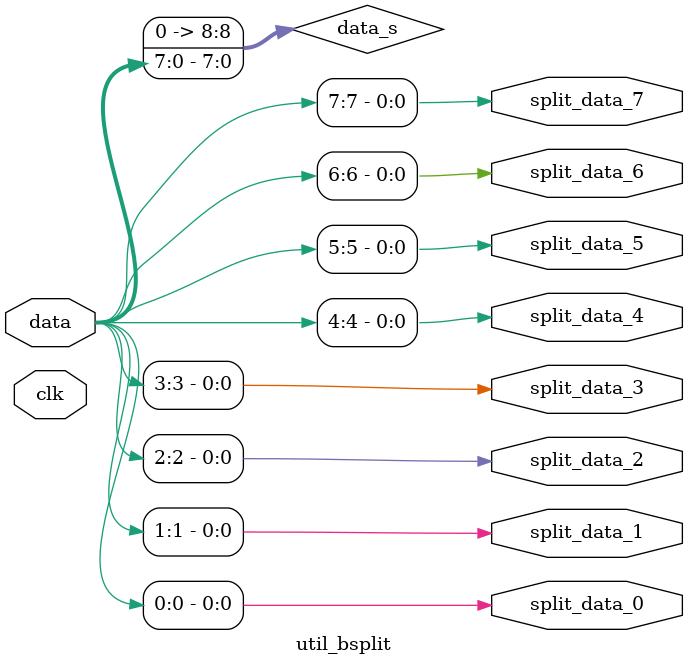
<source format=v>

`timescale 1ns/100ps

module util_bsplit (

  clk,
  data,

  split_data_0,
  split_data_1,
  split_data_2,
  split_data_3,
  split_data_4,
  split_data_5,
  split_data_6,
  split_data_7);

  // parameters

  parameter   CH_DW     = 1;
  parameter   CH_CNT    = 8;
  localparam  CH_MCNT   = 9;

  // interface

  input                             clk;
  input   [((CH_CNT*CH_DW)-1):0]    data;
  output  [(CH_DW-1):0]             split_data_0;
  output  [(CH_DW-1):0]             split_data_1;
  output  [(CH_DW-1):0]             split_data_2;
  output  [(CH_DW-1):0]             split_data_3;
  output  [(CH_DW-1):0]             split_data_4;
  output  [(CH_DW-1):0]             split_data_5;
  output  [(CH_DW-1):0]             split_data_6;
  output  [(CH_DW-1):0]             split_data_7;

  // internal signals

  wire    [((CH_MCNT*CH_DW)-1):0]   data_s;

  // extend and split
  
  assign data_s[((CH_MCNT*CH_DW)-1):(CH_CNT*CH_DW)] = 'd0;
  assign data_s[((CH_CNT*CH_DW)-1):0] = data;

  assign split_data_0 = data_s[((CH_DW*1)-1):(CH_DW*0)];
  assign split_data_1 = data_s[((CH_DW*2)-1):(CH_DW*1)];
  assign split_data_2 = data_s[((CH_DW*3)-1):(CH_DW*2)];
  assign split_data_3 = data_s[((CH_DW*4)-1):(CH_DW*3)];
  assign split_data_4 = data_s[((CH_DW*5)-1):(CH_DW*4)];
  assign split_data_5 = data_s[((CH_DW*6)-1):(CH_DW*5)];
  assign split_data_6 = data_s[((CH_DW*7)-1):(CH_DW*6)];
  assign split_data_7 = data_s[((CH_DW*8)-1):(CH_DW*7)];

endmodule

// ***************************************************************************
// ***************************************************************************

</source>
